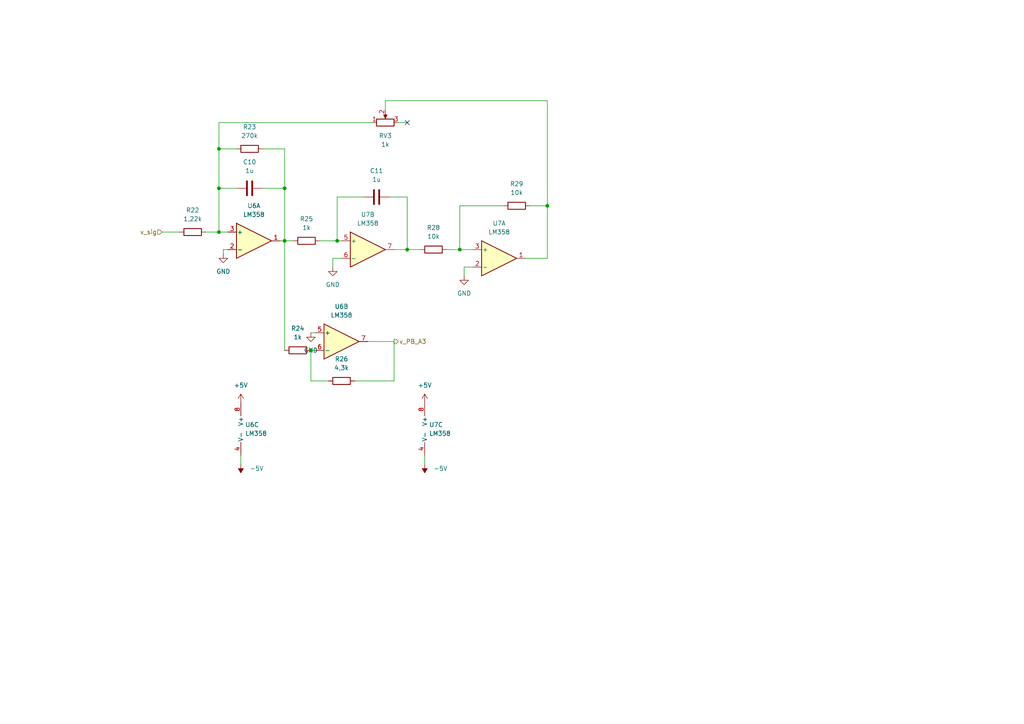
<source format=kicad_sch>
(kicad_sch (version 20211123) (generator eeschema)
  (paper "A4")
  (lib_symbols
    (symbol "Amplifier_Operational:LM358" (pin_names (offset 0.127))
      (property "Reference" "U" (at 0 5.08 0))
      (property "Value" "LM358" (at 0 -5.08 0))
      (symbol "LM358_1_1"
        (polyline (pts (xy -5.08 5.08) (xy 5.08 0) (xy -5.08 -5.08) (xy -5.08 5.08)) (stroke (width 0.254)) (fill (type background)))
        (pin output line (at 7.62 0 180) (length 2.54) (name "~") (number "1"))
        (pin input line (at -7.62 -2.54 0) (length 2.54) (name "-") (number "2"))
        (pin input line (at -7.62 2.54 0) (length 2.54) (name "+") (number "3"))
      )
      (symbol "LM358_2_1"
        (polyline (pts (xy -5.08 5.08) (xy 5.08 0) (xy -5.08 -5.08) (xy -5.08 5.08)) (stroke (width 0.254)) (fill (type background)))
        (pin input line (at -7.62 2.54 0) (length 2.54) (name "+") (number "5"))
        (pin input line (at -7.62 -2.54 0) (length 2.54) (name "-") (number "6"))
        (pin output line (at 7.62 0 180) (length 2.54) (name "~") (number "7"))
      )
      (symbol "LM358_3_1"
        (pin power_in line (at -2.54 -7.62 90) (length 3.81) (name "V-") (number "4"))
        (pin power_in line (at -2.54 7.62 270) (length 3.81) (name "V+") (number "8"))
      )
    )
    (symbol "Device:C" (pin_numbers hide) (pin_names (offset 0.254))
      (property "Reference" "C" (at 0.635 2.54 0))
      (property "Value" "C" (at 0.635 -2.54 0))
      (symbol "C_0_1"
        (polyline (pts (xy -2.032 -0.762) (xy 2.032 -0.762)) (stroke (width 0.508)))
        (polyline (pts (xy -2.032 0.762) (xy 2.032 0.762)) (stroke (width 0.508)))
      )
      (symbol "C_1_1"
        (pin passive line (at 0 3.81 270) (length 2.794) (name "~") (number "1"))
        (pin passive line (at 0 -3.81 90) (length 2.794) (name "~") (number "2"))
      )
    )
    (symbol "Device:R" (pin_numbers hide) (pin_names (offset 0))
      (property "Reference" "R" (at 2.032 0 90))
      (property "Value" "R" (at 0 0 90))
      (symbol "R_0_1"
        (rectangle (start -1.016 -2.54) (end 1.016 2.54) (stroke (width 0.254)))
      )
      (symbol "R_1_1"
        (pin passive line (at 0 3.81 270) (length 1.27) (name "~") (number "1"))
        (pin passive line (at 0 -3.81 90) (length 1.27) (name "~") (number "2"))
      )
    )
    (symbol "Device:R_Potentiometer" (pin_names (offset 1.016) hide)
      (property "Reference" "RV" (at -4.445 0 90))
      (property "Value" "R_Potentiometer" (at -2.54 0 90))
      (symbol "R_Potentiometer_0_1"
        (polyline (pts (xy 2.54 0) (xy 1.524 0)))
        (polyline (pts (xy 1.143 0) (xy 2.286 0.508) (xy 2.286 -0.508) (xy 1.143 0)) (fill (type outline)))
        (rectangle (start 1.016 2.54) (end -1.016 -2.54) (stroke (width 0.254)))
      )
      (symbol "R_Potentiometer_1_1"
        (pin passive line (at 0 3.81 270) (length 1.27) (name "1") (number "1"))
        (pin passive line (at 3.81 0 180) (length 1.27) (name "2") (number "2"))
        (pin passive line (at 0 -3.81 90) (length 1.27) (name "3") (number "3"))
      )
    )
    (symbol "power:+5V" (power) (pin_names (offset 0))
      (property "Value" "+5V" (at 0 3.556 0))
      (symbol "+5V_0_1"
        (polyline (pts (xy -0.762 1.27) (xy 0 2.54)))
        (polyline (pts (xy 0 0) (xy 0 2.54)))
        (polyline (pts (xy 0 2.54) (xy 0.762 1.27)))
      )
      (symbol "+5V_1_1"
        (pin power_in line (at 0 0 90) (length 0) hide (name "+5V") (number "1"))
      )
    )
    (symbol "power:-5V" (power) (pin_names (offset 0))
      (property "Value" "-5V" (at 0 3.81 0))
      (symbol "-5V_0_0"
        (pin power_in line (at 0 0 90) (length 0) hide (name "-5V") (number "1"))
      )
      (symbol "-5V_0_1"
        (polyline (pts (xy 0 0) (xy 0 1.27) (xy 0.762 1.27) (xy 0 2.54) (xy -0.762 1.27) (xy 0 1.27)) (fill (type outline)))
      )
    )
    (symbol "power:GND" (power) (pin_names (offset 0))
      (property "Value" "GND" (at 0 -3.81 0))
      (symbol "GND_0_1"
        (polyline (pts (xy 0 0) (xy 0 -1.27) (xy 1.27 -1.27) (xy 0 -2.54) (xy -1.27 -1.27) (xy 0 -1.27)))
      )
      (symbol "GND_1_1"
        (pin power_in line (at 0 0 270) (length 0) hide (name "GND") (number "1"))
      )
    )
  )
  (junction (at 63.5 43.18))
  (junction (at 133.35 72.39))
  (junction (at 97.79 69.85))
  (junction (at 82.55 54.61))
  (junction (at 90.17 101.6))
  (junction (at 158.75 59.69))
  (junction (at 63.5 67.31))
  (junction (at 118.11 72.39))
  (junction (at 63.5 54.61))
  (junction (at 82.55 69.85))
  (no_connect (at 118.11 35.56))
  (wire (pts (xy 105.41 57.15) (xy 97.79 57.15)))
  (wire (pts (xy 63.5 54.61) (xy 63.5 67.31)))
  (wire (pts (xy 129.54 72.39) (xy 133.35 72.39)))
  (wire (pts (xy 82.55 69.85) (xy 85.09 69.85)))
  (wire (pts (xy 123.19 132.08) (xy 123.19 134.62)))
  (wire (pts (xy 134.62 77.47) (xy 137.16 77.47)))
  (wire (pts (xy 64.77 73.66) (xy 64.77 72.39)))
  (wire (pts (xy 64.77 72.39) (xy 66.04 72.39)))
  (wire (pts (xy 46.99 67.31) (xy 52.07 67.31)))
  (wire (pts (xy 82.55 54.61) (xy 82.55 69.85)))
  (wire (pts (xy 102.87 110.49) (xy 114.3 110.49)))
  (wire (pts (xy 63.5 35.56) (xy 63.5 43.18)))
  (wire (pts (xy 158.75 29.21) (xy 158.75 59.69)))
  (wire (pts (xy 63.5 67.31) (xy 66.04 67.31)))
  (wire (pts (xy 76.2 54.61) (xy 82.55 54.61)))
  (wire (pts (xy 114.3 110.49) (xy 114.3 99.06)))
  (wire (pts (xy 63.5 43.18) (xy 63.5 54.61)))
  (wire (pts (xy 158.75 59.69) (xy 153.67 59.69)))
  (wire (pts (xy 82.55 43.18) (xy 82.55 54.61)))
  (wire (pts (xy 59.69 67.31) (xy 63.5 67.31)))
  (wire (pts (xy 95.25 110.49) (xy 90.17 110.49)))
  (wire (pts (xy 68.58 43.18) (xy 63.5 43.18)))
  (wire (pts (xy 97.79 69.85) (xy 99.06 69.85)))
  (wire (pts (xy 68.58 54.61) (xy 63.5 54.61)))
  (wire (pts (xy 118.11 57.15) (xy 118.11 72.39)))
  (wire (pts (xy 114.3 72.39) (xy 118.11 72.39)))
  (wire (pts (xy 118.11 35.56) (xy 115.57 35.56)))
  (wire (pts (xy 76.2 43.18) (xy 82.55 43.18)))
  (wire (pts (xy 81.28 69.85) (xy 82.55 69.85)))
  (wire (pts (xy 118.11 72.39) (xy 121.92 72.39)))
  (wire (pts (xy 82.55 69.85) (xy 82.55 101.6)))
  (wire (pts (xy 69.85 132.08) (xy 69.85 134.62)))
  (wire (pts (xy 113.03 57.15) (xy 118.11 57.15)))
  (wire (pts (xy 90.17 110.49) (xy 90.17 101.6)))
  (wire (pts (xy 92.71 69.85) (xy 97.79 69.85)))
  (wire (pts (xy 90.17 101.6) (xy 91.44 101.6)))
  (wire (pts (xy 152.4 74.93) (xy 158.75 74.93)))
  (wire (pts (xy 97.79 57.15) (xy 97.79 69.85)))
  (wire (pts (xy 114.3 99.06) (xy 106.68 99.06)))
  (wire (pts (xy 134.62 80.01) (xy 134.62 77.47)))
  (wire (pts (xy 158.75 74.93) (xy 158.75 59.69)))
  (wire (pts (xy 133.35 72.39) (xy 137.16 72.39)))
  (wire (pts (xy 133.35 59.69) (xy 133.35 72.39)))
  (wire (pts (xy 107.95 35.56) (xy 63.5 35.56)))
  (wire (pts (xy 96.52 74.93) (xy 96.52 77.47)))
  (wire (pts (xy 90.17 96.52) (xy 91.44 96.52)))
  (wire (pts (xy 111.76 31.75) (xy 111.76 29.21)))
  (wire (pts (xy 111.76 29.21) (xy 158.75 29.21)))
  (wire (pts (xy 99.06 74.93) (xy 96.52 74.93)))
  (wire (pts (xy 146.05 59.69) (xy 133.35 59.69)))
  (hierarchical_label "v_PB_A3" (shape output) (at 114.3 99.06 0))
  (hierarchical_label "v_sig" (shape input) (at 46.99 67.31 180))
  (symbol (lib_id "Device:R") (at 149.86 59.69 90) (unit 1)
    (property "Reference" "R29" (at 149.86 53.34 90))
    (property "Value" "10k" (at 149.86 55.88 90))
    (property "Footprint" "Resistor_SMD:R_0805_2012Metric" (effects hide))
  )
  (symbol (lib_id "power:-5V") (at 123.19 134.62 180) (unit 1)
    (property "Reference" "#PWR053" (effects hide))
    (property "Value" "-5V" (at 125.73 135.8899 0) (effects (justify right)))
  )
  (symbol (lib_id "power:GND") (at 90.17 96.52 0) (unit 1)
    (property "Reference" "#PWR019" (effects hide))
    (property "Value" "GND" (at 90.17 101.6 0))
  )
  (symbol (lib_id "Device:C") (at 72.39 54.61 90) (unit 1)
    (property "Reference" "C10" (at 72.39 46.99 90))
    (property "Value" "1u" (at 72.39 49.53 90))
    (property "Footprint" "Capacitor_THT:CP_Radial_D5.0mm_P2.50mm" (effects hide))
  )
  (symbol (lib_id "Amplifier_Operational:LM358") (at 125.73 124.46 0) (unit 3)
    (property "Reference" "U7" (at 124.46 123.1899 0) (effects (justify left)))
    (property "Value" "LM358" (at 124.46 125.7299 0) (effects (justify left)))
    (property "Footprint" "Package_DIP:DIP-8_W7.62mm" (effects hide))
    (property "Datasheet" "http://www.ti.com/lit/ds/symlink/lm2904-n.pdf" (effects hide))
  )
  (symbol (lib_id "Device:C") (at 109.22 57.15 90) (unit 1)
    (property "Reference" "C11" (at 109.22 49.53 90))
    (property "Value" "1u" (at 109.22 52.07 90))
    (property "Footprint" "Capacitor_THT:CP_Radial_D5.0mm_P2.50mm" (effects hide))
  )
  (symbol (lib_id "Device:R") (at 99.06 110.49 90) (unit 1)
    (property "Reference" "R26" (at 99.06 104.14 90))
    (property "Value" "4,3k" (at 99.06 106.68 90))
    (property "Footprint" "Resistor_SMD:R_0805_2012Metric" (effects hide))
  )
  (symbol (lib_id "Device:R") (at 125.73 72.39 90) (unit 1)
    (property "Reference" "R28" (at 125.73 66.04 90))
    (property "Value" "10k" (at 125.73 68.58 90))
    (property "Footprint" "Resistor_SMD:R_0805_2012Metric" (effects hide))
  )
  (symbol (lib_id "Amplifier_Operational:LM358") (at 106.68 72.39 0) (unit 2)
    (property "Reference" "U7" (at 106.68 62.23 0))
    (property "Value" "LM358" (at 106.68 64.77 0))
    (property "Footprint" "Package_DIP:DIP-8_W7.62mm" (effects hide))
    (property "Datasheet" "http://www.ti.com/lit/ds/symlink/lm2904-n.pdf" (effects hide))
  )
  (symbol (lib_id "power:GND") (at 96.52 77.47 0) (unit 1)
    (property "Reference" "#PWR020" (effects hide))
    (property "Value" "GND" (at 96.52 82.55 0))
  )
  (symbol (lib_id "power:-5V") (at 69.85 134.62 180) (unit 1)
    (property "Reference" "#PWR051" (effects hide))
    (property "Value" "-5V" (at 72.39 135.8899 0) (effects (justify right)))
  )
  (symbol (lib_id "power:+5V") (at 69.85 116.84 0) (unit 1)
    (property "Reference" "#PWR050" (effects hide))
    (property "Value" "+5V" (at 69.85 111.76 0))
  )
  (symbol (lib_id "Amplifier_Operational:LM358") (at 144.78 74.93 0) (unit 1)
    (property "Reference" "U7" (at 144.78 64.77 0))
    (property "Value" "LM358" (at 144.78 67.31 0))
    (property "Footprint" "Package_DIP:DIP-8_W7.62mm" (effects hide))
    (property "Datasheet" "http://www.ti.com/lit/ds/symlink/lm2904-n.pdf" (effects hide))
  )
  (symbol (lib_id "power:GND") (at 134.62 80.01 0) (unit 1)
    (property "Reference" "#PWR021" (effects hide))
    (property "Value" "GND" (at 134.62 85.09 0))
  )
  (symbol (lib_id "Amplifier_Operational:LM358") (at 99.06 99.06 0) (unit 2)
    (property "Reference" "U6" (at 99.06 88.9 0))
    (property "Value" "LM358" (at 99.06 91.44 0))
    (property "Footprint" "Package_DIP:DIP-8_W7.62mm" (effects hide))
    (property "Datasheet" "http://www.ti.com/lit/ds/symlink/lm2904-n.pdf" (effects hide))
  )
  (symbol (lib_id "power:+5V") (at 123.19 116.84 0) (unit 1)
    (property "Reference" "#PWR052" (effects hide))
    (property "Value" "+5V" (at 123.19 111.76 0))
  )
  (symbol (lib_id "Device:R_Potentiometer") (at 111.76 35.56 90) (unit 1)
    (property "Reference" "RV3" (at 111.76 39.37 90))
    (property "Value" "1k" (at 111.76 41.91 90))
    (property "Footprint" "POT:POT_emz_marc" (effects hide))
  )
  (symbol (lib_id "Amplifier_Operational:LM358") (at 72.39 124.46 0) (unit 3)
    (property "Reference" "U6" (at 71.12 123.1899 0) (effects (justify left)))
    (property "Value" "LM358" (at 71.12 125.7299 0) (effects (justify left)))
    (property "Footprint" "Package_DIP:DIP-8_W7.62mm" (effects hide))
    (property "Datasheet" "http://www.ti.com/lit/ds/symlink/lm2904-n.pdf" (effects hide))
  )
  (symbol (lib_id "Device:R") (at 55.88 67.31 90) (unit 1)
    (property "Reference" "R22" (at 55.88 60.96 90))
    (property "Value" "1,22k" (at 55.88 63.5 90))
    (property "Footprint" "Resistor_SMD:R_0805_2012Metric" (effects hide))
  )
  (symbol (lib_id "Device:R") (at 88.9 69.85 90) (unit 1)
    (property "Reference" "R25" (at 88.9 63.5 90))
    (property "Value" "1k" (at 88.9 66.04 90))
    (property "Footprint" "Resistor_SMD:R_0805_2012Metric" (effects hide))
  )
  (symbol (lib_id "Device:R") (at 86.36 101.6 90) (unit 1)
    (property "Reference" "R24" (at 86.36 95.25 90))
    (property "Value" "1k" (at 86.36 97.79 90))
    (property "Footprint" "Resistor_SMD:R_0805_2012Metric" (effects hide))
  )
  (symbol (lib_id "Amplifier_Operational:LM358") (at 73.66 69.85 0) (unit 1)
    (property "Reference" "U6" (at 73.66 59.69 0))
    (property "Value" "LM358" (at 73.66 62.23 0))
    (property "Footprint" "Package_DIP:DIP-8_W7.62mm" (effects hide))
    (property "Datasheet" "http://www.ti.com/lit/ds/symlink/lm2904-n.pdf" (effects hide))
  )
  (symbol (lib_id "Device:R") (at 72.39 43.18 90) (unit 1)
    (property "Reference" "R23" (at 72.39 36.83 90))
    (property "Value" "270k" (at 72.39 39.37 90))
    (property "Footprint" "Resistor_SMD:R_0805_2012Metric" (effects hide))
  )
  (symbol (lib_id "power:GND") (at 64.77 73.66 0) (unit 1)
    (property "Reference" "#PWR018" (effects hide))
    (property "Value" "GND" (at 64.77 78.74 0))
  )
)
</source>
